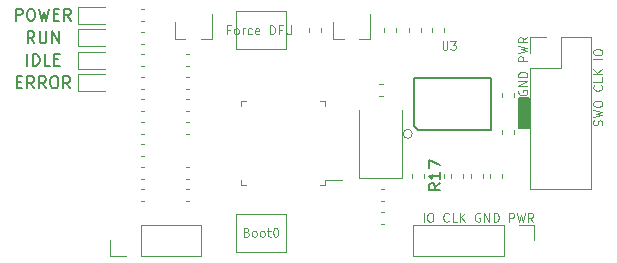
<source format=gbr>
G04 #@! TF.GenerationSoftware,KiCad,Pcbnew,(5.0.0)*
G04 #@! TF.CreationDate,2020-06-15T19:05:26-06:00*
G04 #@! TF.ProjectId,bmp,626D702E6B696361645F706362000000,rev?*
G04 #@! TF.SameCoordinates,Original*
G04 #@! TF.FileFunction,Legend,Top*
G04 #@! TF.FilePolarity,Positive*
%FSLAX46Y46*%
G04 Gerber Fmt 4.6, Leading zero omitted, Abs format (unit mm)*
G04 Created by KiCad (PCBNEW (5.0.0)) date 06/15/20 19:05:26*
%MOMM*%
%LPD*%
G01*
G04 APERTURE LIST*
%ADD10C,0.100000*%
%ADD11C,0.150000*%
%ADD12C,0.200000*%
%ADD13C,0.120000*%
%ADD14C,0.127000*%
%ADD15C,0.015000*%
G04 APERTURE END LIST*
D10*
X75868571Y-36633142D02*
X75904285Y-36526000D01*
X75904285Y-36347428D01*
X75868571Y-36276000D01*
X75832857Y-36240285D01*
X75761428Y-36204571D01*
X75690000Y-36204571D01*
X75618571Y-36240285D01*
X75582857Y-36276000D01*
X75547142Y-36347428D01*
X75511428Y-36490285D01*
X75475714Y-36561714D01*
X75440000Y-36597428D01*
X75368571Y-36633142D01*
X75297142Y-36633142D01*
X75225714Y-36597428D01*
X75190000Y-36561714D01*
X75154285Y-36490285D01*
X75154285Y-36311714D01*
X75190000Y-36204571D01*
X75154285Y-35954571D02*
X75904285Y-35776000D01*
X75368571Y-35633142D01*
X75904285Y-35490285D01*
X75154285Y-35311714D01*
X75154285Y-34883142D02*
X75154285Y-34740285D01*
X75190000Y-34668857D01*
X75261428Y-34597428D01*
X75404285Y-34561714D01*
X75654285Y-34561714D01*
X75797142Y-34597428D01*
X75868571Y-34668857D01*
X75904285Y-34740285D01*
X75904285Y-34883142D01*
X75868571Y-34954571D01*
X75797142Y-35026000D01*
X75654285Y-35061714D01*
X75404285Y-35061714D01*
X75261428Y-35026000D01*
X75190000Y-34954571D01*
X75154285Y-34883142D01*
X75832857Y-33240285D02*
X75868571Y-33276000D01*
X75904285Y-33383142D01*
X75904285Y-33454571D01*
X75868571Y-33561714D01*
X75797142Y-33633142D01*
X75725714Y-33668857D01*
X75582857Y-33704571D01*
X75475714Y-33704571D01*
X75332857Y-33668857D01*
X75261428Y-33633142D01*
X75190000Y-33561714D01*
X75154285Y-33454571D01*
X75154285Y-33383142D01*
X75190000Y-33276000D01*
X75225714Y-33240285D01*
X75904285Y-32561714D02*
X75904285Y-32918857D01*
X75154285Y-32918857D01*
X75904285Y-32311714D02*
X75154285Y-32311714D01*
X75904285Y-31883142D02*
X75475714Y-32204571D01*
X75154285Y-31883142D02*
X75582857Y-32311714D01*
X75904285Y-30990285D02*
X75154285Y-30990285D01*
X75154285Y-30490285D02*
X75154285Y-30347428D01*
X75190000Y-30276000D01*
X75261428Y-30204571D01*
X75404285Y-30168857D01*
X75654285Y-30168857D01*
X75797142Y-30204571D01*
X75868571Y-30276000D01*
X75904285Y-30347428D01*
X75904285Y-30490285D01*
X75868571Y-30561714D01*
X75797142Y-30633142D01*
X75654285Y-30668857D01*
X75404285Y-30668857D01*
X75261428Y-30633142D01*
X75190000Y-30561714D01*
X75154285Y-30490285D01*
X68840000Y-33658714D02*
X68804285Y-33730142D01*
X68804285Y-33837285D01*
X68840000Y-33944428D01*
X68911428Y-34015857D01*
X68982857Y-34051571D01*
X69125714Y-34087285D01*
X69232857Y-34087285D01*
X69375714Y-34051571D01*
X69447142Y-34015857D01*
X69518571Y-33944428D01*
X69554285Y-33837285D01*
X69554285Y-33765857D01*
X69518571Y-33658714D01*
X69482857Y-33623000D01*
X69232857Y-33623000D01*
X69232857Y-33765857D01*
X69554285Y-33301571D02*
X68804285Y-33301571D01*
X69554285Y-32873000D01*
X68804285Y-32873000D01*
X69554285Y-32515857D02*
X68804285Y-32515857D01*
X68804285Y-32337285D01*
X68840000Y-32230142D01*
X68911428Y-32158714D01*
X68982857Y-32123000D01*
X69125714Y-32087285D01*
X69232857Y-32087285D01*
X69375714Y-32123000D01*
X69447142Y-32158714D01*
X69518571Y-32230142D01*
X69554285Y-32337285D01*
X69554285Y-32515857D01*
X69554285Y-31194428D02*
X68804285Y-31194428D01*
X68804285Y-30908714D01*
X68840000Y-30837285D01*
X68875714Y-30801571D01*
X68947142Y-30765857D01*
X69054285Y-30765857D01*
X69125714Y-30801571D01*
X69161428Y-30837285D01*
X69197142Y-30908714D01*
X69197142Y-31194428D01*
X68804285Y-30515857D02*
X69554285Y-30337285D01*
X69018571Y-30194428D01*
X69554285Y-30051571D01*
X68804285Y-29873000D01*
X69554285Y-29158714D02*
X69197142Y-29408714D01*
X69554285Y-29587285D02*
X68804285Y-29587285D01*
X68804285Y-29301571D01*
X68840000Y-29230142D01*
X68875714Y-29194428D01*
X68947142Y-29158714D01*
X69054285Y-29158714D01*
X69125714Y-29194428D01*
X69161428Y-29230142D01*
X69197142Y-29301571D01*
X69197142Y-29587285D01*
D11*
G36*
X69723000Y-34290000D02*
X68834000Y-34290000D01*
X68834000Y-36830000D01*
X69723000Y-36830000D01*
X69723000Y-34290000D01*
G37*
X69723000Y-34290000D02*
X68834000Y-34290000D01*
X68834000Y-36830000D01*
X69723000Y-36830000D01*
X69723000Y-34290000D01*
D10*
X60780000Y-44789285D02*
X60780000Y-44039285D01*
X61280000Y-44039285D02*
X61422857Y-44039285D01*
X61494285Y-44075000D01*
X61565714Y-44146428D01*
X61601428Y-44289285D01*
X61601428Y-44539285D01*
X61565714Y-44682142D01*
X61494285Y-44753571D01*
X61422857Y-44789285D01*
X61280000Y-44789285D01*
X61208571Y-44753571D01*
X61137142Y-44682142D01*
X61101428Y-44539285D01*
X61101428Y-44289285D01*
X61137142Y-44146428D01*
X61208571Y-44075000D01*
X61280000Y-44039285D01*
X62922857Y-44717857D02*
X62887142Y-44753571D01*
X62780000Y-44789285D01*
X62708571Y-44789285D01*
X62601428Y-44753571D01*
X62530000Y-44682142D01*
X62494285Y-44610714D01*
X62458571Y-44467857D01*
X62458571Y-44360714D01*
X62494285Y-44217857D01*
X62530000Y-44146428D01*
X62601428Y-44075000D01*
X62708571Y-44039285D01*
X62780000Y-44039285D01*
X62887142Y-44075000D01*
X62922857Y-44110714D01*
X63601428Y-44789285D02*
X63244285Y-44789285D01*
X63244285Y-44039285D01*
X63851428Y-44789285D02*
X63851428Y-44039285D01*
X64280000Y-44789285D02*
X63958571Y-44360714D01*
X64280000Y-44039285D02*
X63851428Y-44467857D01*
X65565714Y-44075000D02*
X65494285Y-44039285D01*
X65387142Y-44039285D01*
X65280000Y-44075000D01*
X65208571Y-44146428D01*
X65172857Y-44217857D01*
X65137142Y-44360714D01*
X65137142Y-44467857D01*
X65172857Y-44610714D01*
X65208571Y-44682142D01*
X65280000Y-44753571D01*
X65387142Y-44789285D01*
X65458571Y-44789285D01*
X65565714Y-44753571D01*
X65601428Y-44717857D01*
X65601428Y-44467857D01*
X65458571Y-44467857D01*
X65922857Y-44789285D02*
X65922857Y-44039285D01*
X66351428Y-44789285D01*
X66351428Y-44039285D01*
X66708571Y-44789285D02*
X66708571Y-44039285D01*
X66887142Y-44039285D01*
X66994285Y-44075000D01*
X67065714Y-44146428D01*
X67101428Y-44217857D01*
X67137142Y-44360714D01*
X67137142Y-44467857D01*
X67101428Y-44610714D01*
X67065714Y-44682142D01*
X66994285Y-44753571D01*
X66887142Y-44789285D01*
X66708571Y-44789285D01*
X68030000Y-44789285D02*
X68030000Y-44039285D01*
X68315714Y-44039285D01*
X68387142Y-44075000D01*
X68422857Y-44110714D01*
X68458571Y-44182142D01*
X68458571Y-44289285D01*
X68422857Y-44360714D01*
X68387142Y-44396428D01*
X68315714Y-44432142D01*
X68030000Y-44432142D01*
X68708571Y-44039285D02*
X68887142Y-44789285D01*
X69030000Y-44253571D01*
X69172857Y-44789285D01*
X69351428Y-44039285D01*
X70065714Y-44789285D02*
X69815714Y-44432142D01*
X69637142Y-44789285D02*
X69637142Y-44039285D01*
X69922857Y-44039285D01*
X69994285Y-44075000D01*
X70030000Y-44110714D01*
X70065714Y-44182142D01*
X70065714Y-44289285D01*
X70030000Y-44360714D01*
X69994285Y-44396428D01*
X69922857Y-44432142D01*
X69637142Y-44432142D01*
X45793571Y-45666428D02*
X45900714Y-45702142D01*
X45936428Y-45737857D01*
X45972142Y-45809285D01*
X45972142Y-45916428D01*
X45936428Y-45987857D01*
X45900714Y-46023571D01*
X45829285Y-46059285D01*
X45543571Y-46059285D01*
X45543571Y-45309285D01*
X45793571Y-45309285D01*
X45865000Y-45345000D01*
X45900714Y-45380714D01*
X45936428Y-45452142D01*
X45936428Y-45523571D01*
X45900714Y-45595000D01*
X45865000Y-45630714D01*
X45793571Y-45666428D01*
X45543571Y-45666428D01*
X46400714Y-46059285D02*
X46329285Y-46023571D01*
X46293571Y-45987857D01*
X46257857Y-45916428D01*
X46257857Y-45702142D01*
X46293571Y-45630714D01*
X46329285Y-45595000D01*
X46400714Y-45559285D01*
X46507857Y-45559285D01*
X46579285Y-45595000D01*
X46615000Y-45630714D01*
X46650714Y-45702142D01*
X46650714Y-45916428D01*
X46615000Y-45987857D01*
X46579285Y-46023571D01*
X46507857Y-46059285D01*
X46400714Y-46059285D01*
X47079285Y-46059285D02*
X47007857Y-46023571D01*
X46972142Y-45987857D01*
X46936428Y-45916428D01*
X46936428Y-45702142D01*
X46972142Y-45630714D01*
X47007857Y-45595000D01*
X47079285Y-45559285D01*
X47186428Y-45559285D01*
X47257857Y-45595000D01*
X47293571Y-45630714D01*
X47329285Y-45702142D01*
X47329285Y-45916428D01*
X47293571Y-45987857D01*
X47257857Y-46023571D01*
X47186428Y-46059285D01*
X47079285Y-46059285D01*
X47543571Y-45559285D02*
X47829285Y-45559285D01*
X47650714Y-45309285D02*
X47650714Y-45952142D01*
X47686428Y-46023571D01*
X47757857Y-46059285D01*
X47829285Y-46059285D01*
X48222142Y-45309285D02*
X48293571Y-45309285D01*
X48365000Y-45345000D01*
X48400714Y-45380714D01*
X48436428Y-45452142D01*
X48472142Y-45595000D01*
X48472142Y-45773571D01*
X48436428Y-45916428D01*
X48400714Y-45987857D01*
X48365000Y-46023571D01*
X48293571Y-46059285D01*
X48222142Y-46059285D01*
X48150714Y-46023571D01*
X48115000Y-45987857D01*
X48079285Y-45916428D01*
X48043571Y-45773571D01*
X48043571Y-45595000D01*
X48079285Y-45452142D01*
X48115000Y-45380714D01*
X48150714Y-45345000D01*
X48222142Y-45309285D01*
X44380857Y-28521428D02*
X44130857Y-28521428D01*
X44130857Y-28914285D02*
X44130857Y-28164285D01*
X44488000Y-28164285D01*
X44880857Y-28914285D02*
X44809428Y-28878571D01*
X44773714Y-28842857D01*
X44738000Y-28771428D01*
X44738000Y-28557142D01*
X44773714Y-28485714D01*
X44809428Y-28450000D01*
X44880857Y-28414285D01*
X44988000Y-28414285D01*
X45059428Y-28450000D01*
X45095142Y-28485714D01*
X45130857Y-28557142D01*
X45130857Y-28771428D01*
X45095142Y-28842857D01*
X45059428Y-28878571D01*
X44988000Y-28914285D01*
X44880857Y-28914285D01*
X45452285Y-28914285D02*
X45452285Y-28414285D01*
X45452285Y-28557142D02*
X45488000Y-28485714D01*
X45523714Y-28450000D01*
X45595142Y-28414285D01*
X45666571Y-28414285D01*
X46238000Y-28878571D02*
X46166571Y-28914285D01*
X46023714Y-28914285D01*
X45952285Y-28878571D01*
X45916571Y-28842857D01*
X45880857Y-28771428D01*
X45880857Y-28557142D01*
X45916571Y-28485714D01*
X45952285Y-28450000D01*
X46023714Y-28414285D01*
X46166571Y-28414285D01*
X46238000Y-28450000D01*
X46845142Y-28878571D02*
X46773714Y-28914285D01*
X46630857Y-28914285D01*
X46559428Y-28878571D01*
X46523714Y-28807142D01*
X46523714Y-28521428D01*
X46559428Y-28450000D01*
X46630857Y-28414285D01*
X46773714Y-28414285D01*
X46845142Y-28450000D01*
X46880857Y-28521428D01*
X46880857Y-28592857D01*
X46523714Y-28664285D01*
X47773714Y-28914285D02*
X47773714Y-28164285D01*
X47952285Y-28164285D01*
X48059428Y-28200000D01*
X48130857Y-28271428D01*
X48166571Y-28342857D01*
X48202285Y-28485714D01*
X48202285Y-28592857D01*
X48166571Y-28735714D01*
X48130857Y-28807142D01*
X48059428Y-28878571D01*
X47952285Y-28914285D01*
X47773714Y-28914285D01*
X48773714Y-28521428D02*
X48523714Y-28521428D01*
X48523714Y-28914285D02*
X48523714Y-28164285D01*
X48880857Y-28164285D01*
X49166571Y-28164285D02*
X49166571Y-28771428D01*
X49202285Y-28842857D01*
X49238000Y-28878571D01*
X49309428Y-28914285D01*
X49452285Y-28914285D01*
X49523714Y-28878571D01*
X49559428Y-28842857D01*
X49595142Y-28771428D01*
X49595142Y-28164285D01*
D12*
X26336904Y-32948571D02*
X26670238Y-32948571D01*
X26813095Y-33472380D02*
X26336904Y-33472380D01*
X26336904Y-32472380D01*
X26813095Y-32472380D01*
X27813095Y-33472380D02*
X27479761Y-32996190D01*
X27241666Y-33472380D02*
X27241666Y-32472380D01*
X27622619Y-32472380D01*
X27717857Y-32520000D01*
X27765476Y-32567619D01*
X27813095Y-32662857D01*
X27813095Y-32805714D01*
X27765476Y-32900952D01*
X27717857Y-32948571D01*
X27622619Y-32996190D01*
X27241666Y-32996190D01*
X28813095Y-33472380D02*
X28479761Y-32996190D01*
X28241666Y-33472380D02*
X28241666Y-32472380D01*
X28622619Y-32472380D01*
X28717857Y-32520000D01*
X28765476Y-32567619D01*
X28813095Y-32662857D01*
X28813095Y-32805714D01*
X28765476Y-32900952D01*
X28717857Y-32948571D01*
X28622619Y-32996190D01*
X28241666Y-32996190D01*
X29432142Y-32472380D02*
X29622619Y-32472380D01*
X29717857Y-32520000D01*
X29813095Y-32615238D01*
X29860714Y-32805714D01*
X29860714Y-33139047D01*
X29813095Y-33329523D01*
X29717857Y-33424761D01*
X29622619Y-33472380D01*
X29432142Y-33472380D01*
X29336904Y-33424761D01*
X29241666Y-33329523D01*
X29194047Y-33139047D01*
X29194047Y-32805714D01*
X29241666Y-32615238D01*
X29336904Y-32520000D01*
X29432142Y-32472380D01*
X30860714Y-33472380D02*
X30527380Y-32996190D01*
X30289285Y-33472380D02*
X30289285Y-32472380D01*
X30670238Y-32472380D01*
X30765476Y-32520000D01*
X30813095Y-32567619D01*
X30860714Y-32662857D01*
X30860714Y-32805714D01*
X30813095Y-32900952D01*
X30765476Y-32948571D01*
X30670238Y-32996190D01*
X30289285Y-32996190D01*
X27217857Y-31567380D02*
X27217857Y-30567380D01*
X27694047Y-31567380D02*
X27694047Y-30567380D01*
X27932142Y-30567380D01*
X28075000Y-30615000D01*
X28170238Y-30710238D01*
X28217857Y-30805476D01*
X28265476Y-30995952D01*
X28265476Y-31138809D01*
X28217857Y-31329285D01*
X28170238Y-31424523D01*
X28075000Y-31519761D01*
X27932142Y-31567380D01*
X27694047Y-31567380D01*
X29170238Y-31567380D02*
X28694047Y-31567380D01*
X28694047Y-30567380D01*
X29503571Y-31043571D02*
X29836904Y-31043571D01*
X29979761Y-31567380D02*
X29503571Y-31567380D01*
X29503571Y-30567380D01*
X29979761Y-30567380D01*
X27836904Y-29662380D02*
X27503571Y-29186190D01*
X27265476Y-29662380D02*
X27265476Y-28662380D01*
X27646428Y-28662380D01*
X27741666Y-28710000D01*
X27789285Y-28757619D01*
X27836904Y-28852857D01*
X27836904Y-28995714D01*
X27789285Y-29090952D01*
X27741666Y-29138571D01*
X27646428Y-29186190D01*
X27265476Y-29186190D01*
X28265476Y-28662380D02*
X28265476Y-29471904D01*
X28313095Y-29567142D01*
X28360714Y-29614761D01*
X28455952Y-29662380D01*
X28646428Y-29662380D01*
X28741666Y-29614761D01*
X28789285Y-29567142D01*
X28836904Y-29471904D01*
X28836904Y-28662380D01*
X29313095Y-29662380D02*
X29313095Y-28662380D01*
X29884523Y-29662380D01*
X29884523Y-28662380D01*
X26265476Y-27757380D02*
X26265476Y-26757380D01*
X26646428Y-26757380D01*
X26741666Y-26805000D01*
X26789285Y-26852619D01*
X26836904Y-26947857D01*
X26836904Y-27090714D01*
X26789285Y-27185952D01*
X26741666Y-27233571D01*
X26646428Y-27281190D01*
X26265476Y-27281190D01*
X27455952Y-26757380D02*
X27646428Y-26757380D01*
X27741666Y-26805000D01*
X27836904Y-26900238D01*
X27884523Y-27090714D01*
X27884523Y-27424047D01*
X27836904Y-27614523D01*
X27741666Y-27709761D01*
X27646428Y-27757380D01*
X27455952Y-27757380D01*
X27360714Y-27709761D01*
X27265476Y-27614523D01*
X27217857Y-27424047D01*
X27217857Y-27090714D01*
X27265476Y-26900238D01*
X27360714Y-26805000D01*
X27455952Y-26757380D01*
X28217857Y-26757380D02*
X28455952Y-27757380D01*
X28646428Y-27043095D01*
X28836904Y-27757380D01*
X29075000Y-26757380D01*
X29455952Y-27233571D02*
X29789285Y-27233571D01*
X29932142Y-27757380D02*
X29455952Y-27757380D01*
X29455952Y-26757380D01*
X29932142Y-26757380D01*
X30932142Y-27757380D02*
X30598809Y-27281190D01*
X30360714Y-27757380D02*
X30360714Y-26757380D01*
X30741666Y-26757380D01*
X30836904Y-26805000D01*
X30884523Y-26852619D01*
X30932142Y-26947857D01*
X30932142Y-27090714D01*
X30884523Y-27185952D01*
X30836904Y-27233571D01*
X30741666Y-27281190D01*
X30360714Y-27281190D01*
D13*
G04 #@! TO.C,C1*
X40629721Y-32510000D02*
X40955279Y-32510000D01*
X40629721Y-33530000D02*
X40955279Y-33530000D01*
G04 #@! TO.C,C2*
X40629721Y-31625000D02*
X40955279Y-31625000D01*
X40629721Y-30605000D02*
X40955279Y-30605000D01*
G04 #@! TO.C,C3*
X57139721Y-43055000D02*
X57465279Y-43055000D01*
X57139721Y-42035000D02*
X57465279Y-42035000D01*
G04 #@! TO.C,C4*
X56987221Y-33145000D02*
X57312779Y-33145000D01*
X56987221Y-34165000D02*
X57312779Y-34165000D01*
G04 #@! TO.C,D1*
X33820000Y-26570000D02*
X31535000Y-26570000D01*
X31535000Y-26570000D02*
X31535000Y-28040000D01*
X31535000Y-28040000D02*
X33820000Y-28040000D01*
G04 #@! TO.C,D2*
X31535000Y-33755000D02*
X33820000Y-33755000D01*
X31535000Y-32285000D02*
X31535000Y-33755000D01*
X33820000Y-32285000D02*
X31535000Y-32285000D01*
G04 #@! TO.C,D3*
X33820000Y-30380000D02*
X31535000Y-30380000D01*
X31535000Y-30380000D02*
X31535000Y-31850000D01*
X31535000Y-31850000D02*
X33820000Y-31850000D01*
G04 #@! TO.C,D4*
X31535000Y-29945000D02*
X33820000Y-29945000D01*
X31535000Y-28475000D02*
X31535000Y-29945000D01*
X33820000Y-28475000D02*
X31535000Y-28475000D01*
G04 #@! TO.C,R1*
X36819721Y-35435000D02*
X37145279Y-35435000D01*
X36819721Y-34415000D02*
X37145279Y-34415000D01*
G04 #@! TO.C,R2*
X37145279Y-43055000D02*
X36819721Y-43055000D01*
X37145279Y-42035000D02*
X36819721Y-42035000D01*
G04 #@! TO.C,R3*
X37145279Y-38225000D02*
X36819721Y-38225000D01*
X37145279Y-39245000D02*
X36819721Y-39245000D01*
G04 #@! TO.C,R4*
X37145279Y-41150000D02*
X36819721Y-41150000D01*
X37145279Y-40130000D02*
X36819721Y-40130000D01*
G04 #@! TO.C,R5*
X37145279Y-36320000D02*
X36819721Y-36320000D01*
X37145279Y-37340000D02*
X36819721Y-37340000D01*
G04 #@! TO.C,R6*
X40955279Y-43055000D02*
X40629721Y-43055000D01*
X40955279Y-42035000D02*
X40629721Y-42035000D01*
G04 #@! TO.C,R7*
X36819721Y-27815000D02*
X37145279Y-27815000D01*
X36819721Y-26795000D02*
X37145279Y-26795000D01*
G04 #@! TO.C,R8*
X36819721Y-32510000D02*
X37145279Y-32510000D01*
X36819721Y-33530000D02*
X37145279Y-33530000D01*
G04 #@! TO.C,R9*
X36819721Y-31625000D02*
X37145279Y-31625000D01*
X36819721Y-30605000D02*
X37145279Y-30605000D01*
G04 #@! TO.C,R10*
X36819721Y-28700000D02*
X37145279Y-28700000D01*
X36819721Y-29720000D02*
X37145279Y-29720000D01*
G04 #@! TO.C,R11*
X40629721Y-36320000D02*
X40955279Y-36320000D01*
X40629721Y-37340000D02*
X40955279Y-37340000D01*
G04 #@! TO.C,R12*
X40955279Y-34415000D02*
X40629721Y-34415000D01*
X40955279Y-35435000D02*
X40629721Y-35435000D01*
G04 #@! TO.C,SW1*
X44900000Y-47320000D02*
X44900000Y-44120000D01*
X49100000Y-44120000D02*
X44900000Y-44120000D01*
X49100000Y-47320000D02*
X49100000Y-44120000D01*
X49100000Y-47320000D02*
X44900000Y-47320000D01*
G04 #@! TO.C,SW2*
X44900000Y-26975000D02*
X49100000Y-26975000D01*
X44900000Y-26975000D02*
X44900000Y-30175000D01*
X44900000Y-30175000D02*
X49100000Y-30175000D01*
X49100000Y-26975000D02*
X49100000Y-30175000D01*
G04 #@! TO.C,U2*
X45335000Y-41660000D02*
X45335000Y-41240000D01*
X45335000Y-34540000D02*
X45335000Y-34960000D01*
X52455000Y-34540000D02*
X52455000Y-34960000D01*
X52455000Y-41660000D02*
X52035000Y-41660000D01*
X45335000Y-34540000D02*
X45755000Y-34540000D01*
X45335000Y-41660000D02*
X45755000Y-41660000D01*
X52455000Y-41240000D02*
X53835000Y-41240000D01*
X52455000Y-41660000D02*
X52455000Y-41240000D01*
X52455000Y-34540000D02*
X52035000Y-34540000D01*
G04 #@! TO.C,X1*
X55350000Y-35345000D02*
X55350000Y-41095000D01*
X55350000Y-41095000D02*
X58950000Y-41095000D01*
X58950000Y-41095000D02*
X58950000Y-35345000D01*
G04 #@! TO.C,R13*
X57402000Y-28712279D02*
X57402000Y-28386721D01*
X58422000Y-28712279D02*
X58422000Y-28386721D01*
G04 #@! TO.C,R14*
X59561000Y-28386721D02*
X59561000Y-28712279D01*
X60581000Y-28386721D02*
X60581000Y-28712279D01*
G04 #@! TO.C,C5*
X61466000Y-28737779D02*
X61466000Y-28412221D01*
X62486000Y-28737779D02*
X62486000Y-28412221D01*
G04 #@! TO.C,R15*
X51052000Y-28712279D02*
X51052000Y-28386721D01*
X52072000Y-28712279D02*
X52072000Y-28386721D01*
G04 #@! TO.C,J3*
X69790000Y-41970000D02*
X74990000Y-41970000D01*
X69790000Y-31750000D02*
X69790000Y-41970000D01*
X74990000Y-29150000D02*
X74990000Y-41970000D01*
X69790000Y-31750000D02*
X72390000Y-31750000D01*
X72390000Y-31750000D02*
X72390000Y-29150000D01*
X72390000Y-29150000D02*
X74990000Y-29150000D01*
X69790000Y-30480000D02*
X69790000Y-29150000D01*
X69790000Y-29150000D02*
X71120000Y-29150000D01*
G04 #@! TO.C,J4*
X41970000Y-47685000D02*
X41970000Y-45025000D01*
X36830000Y-47685000D02*
X41970000Y-47685000D01*
X36830000Y-45025000D02*
X41970000Y-45025000D01*
X36830000Y-47685000D02*
X36830000Y-45025000D01*
X35560000Y-47685000D02*
X34230000Y-47685000D01*
X34230000Y-47685000D02*
X34230000Y-46355000D01*
G04 #@! TO.C,J5*
X59884000Y-45025000D02*
X59884000Y-47685000D01*
X67564000Y-45025000D02*
X59884000Y-45025000D01*
X67564000Y-47685000D02*
X59884000Y-47685000D01*
X67564000Y-45025000D02*
X67564000Y-47685000D01*
X68834000Y-45025000D02*
X70164000Y-45025000D01*
X70164000Y-45025000D02*
X70164000Y-46355000D01*
G04 #@! TO.C,Q1*
X53090999Y-29319005D02*
X54020999Y-29319005D01*
X56250999Y-29319005D02*
X55320999Y-29319005D01*
X56250999Y-29319005D02*
X56250999Y-27159005D01*
X53090999Y-29319005D02*
X53090999Y-27859005D01*
G04 #@! TO.C,C6*
X40955279Y-41150000D02*
X40629721Y-41150000D01*
X40955279Y-40130000D02*
X40629721Y-40130000D01*
G04 #@! TO.C,C7*
X57139721Y-44960000D02*
X57465279Y-44960000D01*
X57139721Y-43940000D02*
X57465279Y-43940000D01*
G04 #@! TO.C,C8*
X67435000Y-34198779D02*
X67435000Y-33873221D01*
X68455000Y-34198779D02*
X68455000Y-33873221D01*
G04 #@! TO.C,R16*
X67435000Y-37022721D02*
X67435000Y-37348279D01*
X68455000Y-37022721D02*
X68455000Y-37348279D01*
G04 #@! TO.C,R17*
X60835000Y-40731221D02*
X60835000Y-41056779D01*
X59815000Y-40731221D02*
X59815000Y-41056779D01*
G04 #@! TO.C,R18*
X61466000Y-40731221D02*
X61466000Y-41056779D01*
X62486000Y-40731221D02*
X62486000Y-41056779D01*
G04 #@! TO.C,R19*
X67439000Y-40731221D02*
X67439000Y-41056779D01*
X66419000Y-40731221D02*
X66419000Y-41056779D01*
G04 #@! TO.C,R20*
X64768000Y-40756721D02*
X64768000Y-41082279D01*
X65788000Y-40756721D02*
X65788000Y-41082279D01*
G04 #@! TO.C,R21*
X64137000Y-40756721D02*
X64137000Y-41082279D01*
X63117000Y-40756721D02*
X63117000Y-41082279D01*
D14*
G04 #@! TO.C,U3*
X59996000Y-32598000D02*
X66496000Y-32598000D01*
X66496000Y-32598000D02*
X66496000Y-36998000D01*
X66496000Y-36998000D02*
X60300380Y-36998000D01*
X60300380Y-36998000D02*
X59996000Y-36693620D01*
X59996000Y-36693620D02*
X59996000Y-32598000D01*
D10*
X59817000Y-37338000D02*
G75*
G03X59817000Y-37338000I-381000J0D01*
G01*
D13*
G04 #@! TO.C,U1*
X39695000Y-29335000D02*
X40625000Y-29335000D01*
X42855000Y-29335000D02*
X41925000Y-29335000D01*
X42855000Y-29335000D02*
X42855000Y-27175000D01*
X39695000Y-29335000D02*
X39695000Y-27875000D01*
G04 #@! TO.C,R17*
D11*
X62207380Y-41536857D02*
X61731190Y-41870190D01*
X62207380Y-42108285D02*
X61207380Y-42108285D01*
X61207380Y-41727333D01*
X61255000Y-41632095D01*
X61302619Y-41584476D01*
X61397857Y-41536857D01*
X61540714Y-41536857D01*
X61635952Y-41584476D01*
X61683571Y-41632095D01*
X61731190Y-41727333D01*
X61731190Y-42108285D01*
X62207380Y-40584476D02*
X62207380Y-41155904D01*
X62207380Y-40870190D02*
X61207380Y-40870190D01*
X61350238Y-40965428D01*
X61445476Y-41060666D01*
X61493095Y-41155904D01*
X61207380Y-40251142D02*
X61207380Y-39584476D01*
X62207380Y-40013047D01*
G04 #@! TO.C,U3*
D15*
X62394354Y-29520148D02*
X62394354Y-30087354D01*
X62427719Y-30154084D01*
X62461084Y-30187449D01*
X62527814Y-30220814D01*
X62661274Y-30220814D01*
X62728004Y-30187449D01*
X62761369Y-30154084D01*
X62794734Y-30087354D01*
X62794734Y-29520148D01*
X63061655Y-29520148D02*
X63495400Y-29520148D01*
X63261845Y-29787069D01*
X63361940Y-29787069D01*
X63428670Y-29820434D01*
X63462035Y-29853799D01*
X63495400Y-29920529D01*
X63495400Y-30087354D01*
X63462035Y-30154084D01*
X63428670Y-30187449D01*
X63361940Y-30220814D01*
X63161750Y-30220814D01*
X63095020Y-30187449D01*
X63061655Y-30154084D01*
G04 #@! TD*
M02*

</source>
